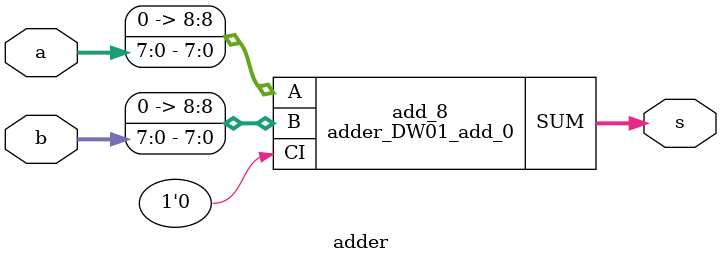
<source format=v>


module adder_DW01_add_0 ( A, B, CI, SUM, CO );
  input [8:0] A;
  input [8:0] B;
  output [8:0] SUM;
  input CI;
  output CO;
  wire   n1, n2, n3, n4, n5, n6, n7, n8, n9, n10, n11, n12, n13, n14, n15, n16,
         n17, n18, n19, n20, n21, n22, n23, n24, n25, n26, n27, n28;

  OR2D0 U1 ( .A1(n1), .A2(n2), .Z(SUM[8]) );
  AN2D0 U2 ( .A1(A[7]), .A2(n3), .Z(n2) );
  AN2D0 U3 ( .A1(B[7]), .A2(n4), .Z(n1) );
  OR2D0 U4 ( .A1(A[7]), .A2(n3), .Z(n4) );
  XOR3D0 U5 ( .A1(B[7]), .A2(n3), .A3(A[7]), .Z(SUM[7]) );
  OR2D0 U6 ( .A1(n5), .A2(n6), .Z(n3) );
  AN2D0 U7 ( .A1(A[6]), .A2(n7), .Z(n6) );
  AN2D0 U8 ( .A1(B[6]), .A2(n8), .Z(n5) );
  OR2D0 U9 ( .A1(A[6]), .A2(n7), .Z(n8) );
  XOR3D0 U10 ( .A1(B[6]), .A2(A[6]), .A3(n7), .Z(SUM[6]) );
  OR2D0 U11 ( .A1(n9), .A2(n10), .Z(n7) );
  AN2D0 U12 ( .A1(A[5]), .A2(n11), .Z(n10) );
  AN2D0 U13 ( .A1(B[5]), .A2(n12), .Z(n9) );
  OR2D0 U14 ( .A1(A[5]), .A2(n11), .Z(n12) );
  XOR3D0 U15 ( .A1(B[5]), .A2(A[5]), .A3(n11), .Z(SUM[5]) );
  OR2D0 U16 ( .A1(n13), .A2(n14), .Z(n11) );
  AN2D0 U17 ( .A1(A[4]), .A2(n15), .Z(n14) );
  AN2D0 U18 ( .A1(B[4]), .A2(n16), .Z(n13) );
  OR2D0 U19 ( .A1(A[4]), .A2(n15), .Z(n16) );
  XOR3D0 U20 ( .A1(B[4]), .A2(A[4]), .A3(n15), .Z(SUM[4]) );
  OR2D0 U21 ( .A1(n17), .A2(n18), .Z(n15) );
  AN2D0 U22 ( .A1(A[3]), .A2(n19), .Z(n18) );
  AN2D0 U23 ( .A1(B[3]), .A2(n20), .Z(n17) );
  OR2D0 U24 ( .A1(A[3]), .A2(n19), .Z(n20) );
  XOR3D0 U25 ( .A1(B[3]), .A2(A[3]), .A3(n19), .Z(SUM[3]) );
  OR2D0 U26 ( .A1(n21), .A2(n22), .Z(n19) );
  AN2D0 U27 ( .A1(A[2]), .A2(n23), .Z(n22) );
  AN2D0 U28 ( .A1(B[2]), .A2(n24), .Z(n21) );
  OR2D0 U29 ( .A1(A[2]), .A2(n23), .Z(n24) );
  XOR3D0 U30 ( .A1(B[2]), .A2(A[2]), .A3(n23), .Z(SUM[2]) );
  OR2D0 U31 ( .A1(n25), .A2(n26), .Z(n23) );
  AN2D0 U32 ( .A1(A[1]), .A2(n27), .Z(n26) );
  AN2D0 U33 ( .A1(B[1]), .A2(n28), .Z(n25) );
  OR2D0 U34 ( .A1(n27), .A2(A[1]), .Z(n28) );
  XOR3D0 U35 ( .A1(B[1]), .A2(A[1]), .A3(n27), .Z(SUM[1]) );
  AN2D0 U36 ( .A1(A[0]), .A2(B[0]), .Z(n27) );
  XOR2D0 U37 ( .A1(B[0]), .A2(A[0]), .Z(SUM[0]) );
endmodule


module adder ( a, b, s );
  input [7:0] a;
  input [7:0] b;
  output [8:0] s;


  adder_DW01_add_0 add_8 ( .A({1'b0, a}), .B({1'b0, b}), .CI(1'b0), .SUM(s) );
endmodule


</source>
